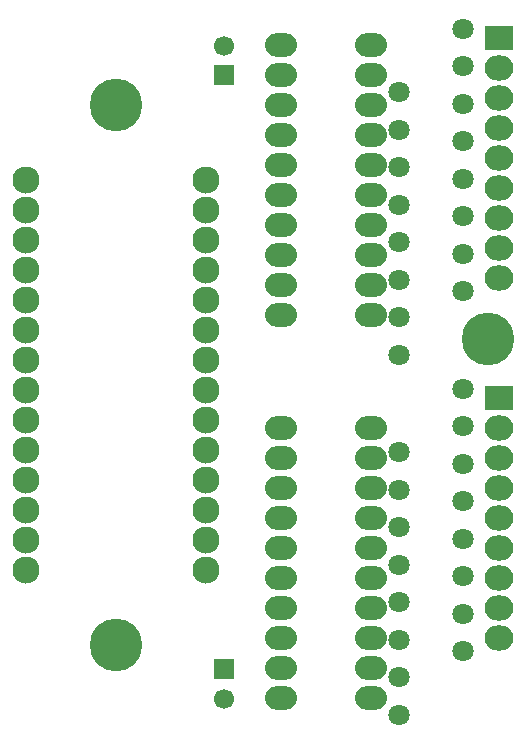
<source format=gbr>
G04 #@! TF.FileFunction,Soldermask,Bot*
%FSLAX46Y46*%
G04 Gerber Fmt 4.6, Leading zero omitted, Abs format (unit mm)*
G04 Created by KiCad (PCBNEW (2015-09-22 BZR 6208)-product) date 10/22/2015 10:46:09 PM*
%MOMM*%
G01*
G04 APERTURE LIST*
%ADD10C,0.100000*%
%ADD11R,1.700000X1.700000*%
%ADD12C,1.700000*%
%ADD13C,1.797000*%
%ADD14C,2.300000*%
%ADD15O,2.700000X2.000000*%
%ADD16R,2.432000X2.127200*%
%ADD17O,2.432000X2.127200*%
%ADD18C,4.464000*%
G04 APERTURE END LIST*
D10*
D11*
X120904000Y-81280000D03*
D12*
X120904000Y-78780000D03*
D13*
X135735923Y-82704077D03*
X141124077Y-77315923D03*
X135735923Y-85879077D03*
X141124077Y-80490923D03*
X135735923Y-89054077D03*
X141124077Y-83665923D03*
X135735923Y-92229077D03*
X141124077Y-86840923D03*
X135735923Y-95404077D03*
X141124077Y-90015923D03*
X135735923Y-98579077D03*
X141124077Y-93190923D03*
X135735923Y-101754077D03*
X141124077Y-96365923D03*
X135735923Y-104929077D03*
X141124077Y-99540923D03*
X135735923Y-113184077D03*
X141124077Y-107795923D03*
X135735923Y-116359077D03*
X141124077Y-110970923D03*
X135735923Y-119534077D03*
X141124077Y-114145923D03*
X135735923Y-122709077D03*
X141124077Y-117320923D03*
X135735923Y-125884077D03*
X141124077Y-120495923D03*
X135735923Y-129059077D03*
X141124077Y-123670923D03*
X135735923Y-132234077D03*
X141124077Y-126845923D03*
X135735923Y-135409077D03*
X141124077Y-130020923D03*
D14*
X104140000Y-92710000D03*
X104140000Y-95250000D03*
X104140000Y-97790000D03*
X104140000Y-100330000D03*
X104140000Y-102870000D03*
X104140000Y-105410000D03*
X104140000Y-107950000D03*
X104140000Y-110490000D03*
X104140000Y-113030000D03*
X104140000Y-115570000D03*
X104140000Y-118110000D03*
X104140000Y-120650000D03*
X104140000Y-123190000D03*
X119380000Y-123190000D03*
X119380000Y-120650000D03*
X119380000Y-118110000D03*
X119380000Y-115570000D03*
X119380000Y-113030000D03*
X119380000Y-110490000D03*
X119380000Y-107950000D03*
X119380000Y-105410000D03*
X119380000Y-102870000D03*
X119380000Y-100330000D03*
X119380000Y-97790000D03*
X119380000Y-95250000D03*
X119380000Y-92710000D03*
X119380000Y-90170000D03*
X104140000Y-90170000D03*
D15*
X125730000Y-78740000D03*
X125730000Y-81280000D03*
X125730000Y-83820000D03*
X125730000Y-86360000D03*
X125730000Y-88900000D03*
X125730000Y-91440000D03*
X125730000Y-93980000D03*
X125730000Y-96520000D03*
X125730000Y-99060000D03*
X125730000Y-101600000D03*
X133350000Y-101600000D03*
X133350000Y-99060000D03*
X133350000Y-96520000D03*
X133350000Y-93980000D03*
X133350000Y-91440000D03*
X133350000Y-88900000D03*
X133350000Y-86360000D03*
X133350000Y-83820000D03*
X133350000Y-81280000D03*
X133350000Y-78740000D03*
X125730000Y-111125000D03*
X125730000Y-113665000D03*
X125730000Y-116205000D03*
X125730000Y-118745000D03*
X125730000Y-121285000D03*
X125730000Y-123825000D03*
X125730000Y-126365000D03*
X125730000Y-128905000D03*
X125730000Y-131445000D03*
X125730000Y-133985000D03*
X133350000Y-133985000D03*
X133350000Y-131445000D03*
X133350000Y-128905000D03*
X133350000Y-126365000D03*
X133350000Y-123825000D03*
X133350000Y-121285000D03*
X133350000Y-118745000D03*
X133350000Y-116205000D03*
X133350000Y-113665000D03*
X133350000Y-111125000D03*
D16*
X144145000Y-108585000D03*
D17*
X144145000Y-111125000D03*
X144145000Y-113665000D03*
X144145000Y-116205000D03*
X144145000Y-118745000D03*
X144145000Y-121285000D03*
X144145000Y-123825000D03*
X144145000Y-126365000D03*
X144145000Y-128905000D03*
D16*
X144145000Y-78105000D03*
D17*
X144145000Y-80645000D03*
X144145000Y-83185000D03*
X144145000Y-85725000D03*
X144145000Y-88265000D03*
X144145000Y-90805000D03*
X144145000Y-93345000D03*
X144145000Y-95885000D03*
X144145000Y-98425000D03*
D11*
X120904000Y-131572000D03*
D12*
X120904000Y-134072000D03*
D18*
X111760000Y-83820000D03*
X111760000Y-129540000D03*
X143256000Y-103632000D03*
M02*

</source>
